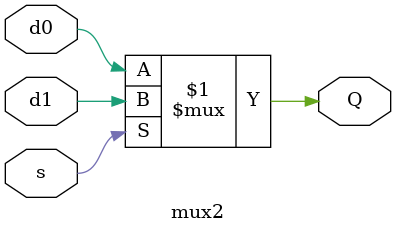
<source format=v>

module SmartRemote(
	input A,
	input B,
	input C,
	input ANLG_Ldir,
	input ANLG_Rdir,
	output LE_o,
	output LD_o,
	output RE_o,
	output RD_o

);
	supply0 GND;  //sets GND as ground
	wire LEN, LDIR, REN, RDIR, ANLG_L, ANLG_R, SEL, A, B, C; //wires for Smart Remote 

	assign SEL = ANLG_Ldir & ANLG_Rdir;

		RemoteControllerSchematic myremote(
      .A(A),
	  .B(B),
	  .C(C),
	  .Le(LEN),
	  .Ld(LDIR),
	  .Re(REN),
	  .Rd(RDIR)
	);

	
	mux2 LE_MUX( //left enable mux
		   .d0(GND),
		   .d1(LEN),
		   .s(SEL),
		   .Q(LE_o)
		);
		
	mux2 LD_MUX(  //left direction mux
		   .d0(ANLG_Ldir),
		   .d1(LDIR),
		   .s(SEL),
		   .Q(LD_o)
	);
	mux2 RE_MUX( // right enable mux
			.d0(GND),
			.d1(REN),
			.s(SEL),
			.Q(RE_o)
	);
	mux2 RD_MUX( //right direction mux
			.d0(ANLG_Rdir),
			.d1(RDIR),
			.s(SEL),
			.Q(RD_o)
	);
endmodule

module mux2( input d0, d1,  //generic mux implementation
			 input s,
			 output Q
	        );
		assign Q = s ? d1 : d0;			

endmodule
</source>
